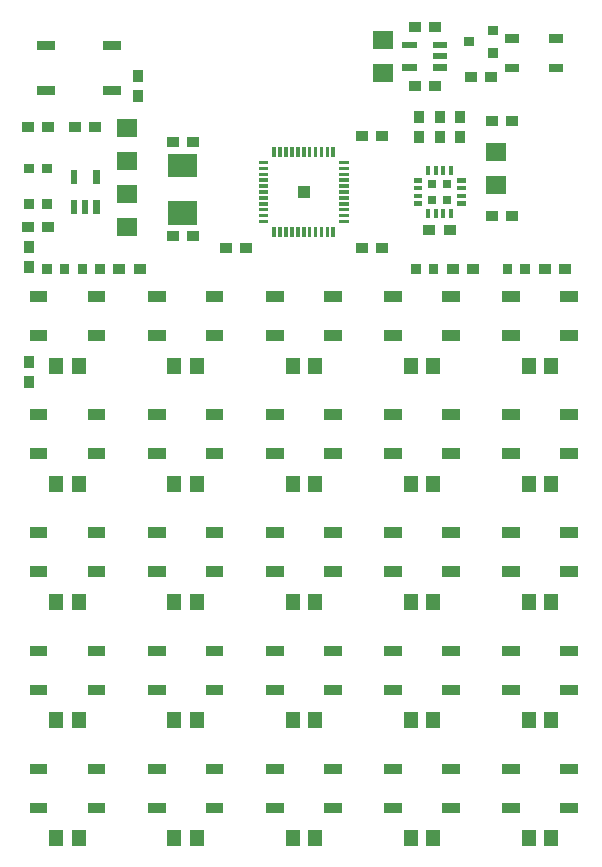
<source format=gbr>
G04 DipTrace 2.4.0.2*
%INTopPaste.gbr*%
%MOIN*%
%ADD53R,0.0472X0.0551*%
%ADD55R,0.0354X0.0394*%
%ADD57R,0.0669X0.0591*%
%ADD59R,0.0394X0.0354*%
%FSLAX44Y44*%
G04*
G70*
G90*
G75*
G01*
%LNTopPaste*%
%LPD*%
D59*
X13543Y34252D3*
X14213D3*
X11772Y30610D3*
X12441D3*
X5472Y27264D3*
X6142D3*
X5472Y30413D3*
X6142D3*
D57*
X3937Y30866D3*
Y29764D3*
Y27559D3*
Y28661D3*
D59*
X7913Y26870D3*
X7244D3*
X11772D3*
X12441D3*
X13543Y32283D3*
X14213D3*
D57*
X12500Y32717D3*
Y33819D3*
D55*
X14370Y30571D3*
Y31240D3*
X13681Y30571D3*
Y31240D3*
X15059Y30571D3*
Y31240D3*
D59*
X14035Y27461D3*
X14705D3*
D53*
X2343Y22953D3*
X1594D3*
X6280D3*
X5531D3*
X10217D3*
X9469D3*
X14154D3*
X13406D3*
X18091D3*
X17343D3*
X2343Y19016D3*
X1594D3*
X6280D3*
X5531D3*
X10217D3*
X9469D3*
X14154D3*
X13406D3*
X18091D3*
X17343D3*
X2343Y15079D3*
X1594D3*
X6280D3*
X5531D3*
X10217D3*
X9469D3*
X14154D3*
X13406D3*
X18091D3*
X17343D3*
X2343Y11142D3*
X1594D3*
X6280D3*
X5531D3*
X10217D3*
X9469D3*
X14154D3*
X13406D3*
X18091D3*
X17343D3*
X2343Y7205D3*
X1594D3*
X6280D3*
X5531D3*
X10217D3*
X9469D3*
X14154D3*
X13406D3*
X18091D3*
X17343D3*
G36*
X18484Y33996D2*
X18012D1*
Y33720D1*
X18484D1*
Y33996D1*
G37*
G36*
X17028D2*
X16555D1*
Y33720D1*
X17028D1*
Y33996D1*
G37*
G36*
X18484Y33012D2*
X18012D1*
Y32736D1*
X18484D1*
Y33012D1*
G37*
G36*
X17028D2*
X16555D1*
Y32736D1*
X17028D1*
Y33012D1*
G37*
D57*
X16240Y30079D3*
Y28976D3*
G36*
X846Y29370D2*
Y29685D1*
X531D1*
Y29370D1*
X846D1*
G37*
G36*
X1437D2*
Y29685D1*
X1122D1*
Y29370D1*
X1437D1*
G37*
G36*
X846Y28189D2*
Y28504D1*
X531D1*
Y28189D1*
X846D1*
G37*
G36*
X1437D2*
Y28504D1*
X1122D1*
Y28189D1*
X1437D1*
G37*
G36*
X1713Y26339D2*
Y26024D1*
X2028D1*
Y26339D1*
X1713D1*
G37*
G36*
X1122D2*
Y26024D1*
X1437D1*
Y26339D1*
X1122D1*
G37*
G36*
X2618Y26024D2*
Y26339D1*
X2303D1*
Y26024D1*
X2618D1*
G37*
G36*
X3209D2*
Y26339D1*
X2894D1*
Y26024D1*
X3209D1*
G37*
G36*
X13740D2*
Y26339D1*
X13425D1*
Y26024D1*
X13740D1*
G37*
G36*
X14331D2*
Y26339D1*
X14016D1*
Y26024D1*
X14331D1*
G37*
G36*
X2638Y23780D2*
X3228D1*
Y24134D1*
X2638D1*
Y23780D1*
G37*
G36*
Y25079D2*
X3228D1*
Y25433D1*
X2638D1*
Y25079D1*
G37*
G36*
X709D2*
X1299D1*
Y25433D1*
X709D1*
Y25079D1*
G37*
G36*
Y23780D2*
X1299D1*
Y24134D1*
X709D1*
Y23780D1*
G37*
G36*
X6575D2*
X7165D1*
Y24134D1*
X6575D1*
Y23780D1*
G37*
G36*
Y25079D2*
X7165D1*
Y25433D1*
X6575D1*
Y25079D1*
G37*
G36*
X4646D2*
X5236D1*
Y25433D1*
X4646D1*
Y25079D1*
G37*
G36*
Y23780D2*
X5236D1*
Y24134D1*
X4646D1*
Y23780D1*
G37*
G36*
X10512D2*
X11102D1*
Y24134D1*
X10512D1*
Y23780D1*
G37*
G36*
Y25079D2*
X11102D1*
Y25433D1*
X10512D1*
Y25079D1*
G37*
G36*
X8583D2*
X9173D1*
Y25433D1*
X8583D1*
Y25079D1*
G37*
G36*
Y23780D2*
X9173D1*
Y24134D1*
X8583D1*
Y23780D1*
G37*
G36*
X14449D2*
X15039D1*
Y24134D1*
X14449D1*
Y23780D1*
G37*
G36*
Y25079D2*
X15039D1*
Y25433D1*
X14449D1*
Y25079D1*
G37*
G36*
X12520D2*
X13110D1*
Y25433D1*
X12520D1*
Y25079D1*
G37*
G36*
Y23780D2*
X13110D1*
Y24134D1*
X12520D1*
Y23780D1*
G37*
G36*
X18386D2*
X18976D1*
Y24134D1*
X18386D1*
Y23780D1*
G37*
G36*
Y25079D2*
X18976D1*
Y25433D1*
X18386D1*
Y25079D1*
G37*
G36*
X16457D2*
X17047D1*
Y25433D1*
X16457D1*
Y25079D1*
G37*
G36*
Y23780D2*
X17047D1*
Y24134D1*
X16457D1*
Y23780D1*
G37*
G36*
X2638Y19843D2*
X3228D1*
Y20197D1*
X2638D1*
Y19843D1*
G37*
G36*
Y21142D2*
X3228D1*
Y21496D1*
X2638D1*
Y21142D1*
G37*
G36*
X709D2*
X1299D1*
Y21496D1*
X709D1*
Y21142D1*
G37*
G36*
Y19843D2*
X1299D1*
Y20197D1*
X709D1*
Y19843D1*
G37*
G36*
X6575D2*
X7165D1*
Y20197D1*
X6575D1*
Y19843D1*
G37*
G36*
Y21142D2*
X7165D1*
Y21496D1*
X6575D1*
Y21142D1*
G37*
G36*
X4646D2*
X5236D1*
Y21496D1*
X4646D1*
Y21142D1*
G37*
G36*
Y19843D2*
X5236D1*
Y20197D1*
X4646D1*
Y19843D1*
G37*
G36*
X10512D2*
X11102D1*
Y20197D1*
X10512D1*
Y19843D1*
G37*
G36*
Y21142D2*
X11102D1*
Y21496D1*
X10512D1*
Y21142D1*
G37*
G36*
X8583D2*
X9173D1*
Y21496D1*
X8583D1*
Y21142D1*
G37*
G36*
Y19843D2*
X9173D1*
Y20197D1*
X8583D1*
Y19843D1*
G37*
G36*
X14449D2*
X15039D1*
Y20197D1*
X14449D1*
Y19843D1*
G37*
G36*
Y21142D2*
X15039D1*
Y21496D1*
X14449D1*
Y21142D1*
G37*
G36*
X12520D2*
X13110D1*
Y21496D1*
X12520D1*
Y21142D1*
G37*
G36*
Y19843D2*
X13110D1*
Y20197D1*
X12520D1*
Y19843D1*
G37*
G36*
X18386D2*
X18976D1*
Y20197D1*
X18386D1*
Y19843D1*
G37*
G36*
Y21142D2*
X18976D1*
Y21496D1*
X18386D1*
Y21142D1*
G37*
G36*
X16457D2*
X17047D1*
Y21496D1*
X16457D1*
Y21142D1*
G37*
G36*
Y19843D2*
X17047D1*
Y20197D1*
X16457D1*
Y19843D1*
G37*
G36*
X2638Y15906D2*
X3228D1*
Y16260D1*
X2638D1*
Y15906D1*
G37*
G36*
Y17205D2*
X3228D1*
Y17559D1*
X2638D1*
Y17205D1*
G37*
G36*
X709D2*
X1299D1*
Y17559D1*
X709D1*
Y17205D1*
G37*
G36*
Y15906D2*
X1299D1*
Y16260D1*
X709D1*
Y15906D1*
G37*
G36*
X6575D2*
X7165D1*
Y16260D1*
X6575D1*
Y15906D1*
G37*
G36*
Y17205D2*
X7165D1*
Y17559D1*
X6575D1*
Y17205D1*
G37*
G36*
X4646D2*
X5236D1*
Y17559D1*
X4646D1*
Y17205D1*
G37*
G36*
Y15906D2*
X5236D1*
Y16260D1*
X4646D1*
Y15906D1*
G37*
G36*
X10512D2*
X11102D1*
Y16260D1*
X10512D1*
Y15906D1*
G37*
G36*
Y17205D2*
X11102D1*
Y17559D1*
X10512D1*
Y17205D1*
G37*
G36*
X8583D2*
X9173D1*
Y17559D1*
X8583D1*
Y17205D1*
G37*
G36*
Y15906D2*
X9173D1*
Y16260D1*
X8583D1*
Y15906D1*
G37*
G36*
X14449D2*
X15039D1*
Y16260D1*
X14449D1*
Y15906D1*
G37*
G36*
Y17205D2*
X15039D1*
Y17559D1*
X14449D1*
Y17205D1*
G37*
G36*
X12520D2*
X13110D1*
Y17559D1*
X12520D1*
Y17205D1*
G37*
G36*
Y15906D2*
X13110D1*
Y16260D1*
X12520D1*
Y15906D1*
G37*
G36*
X18386D2*
X18976D1*
Y16260D1*
X18386D1*
Y15906D1*
G37*
G36*
Y17205D2*
X18976D1*
Y17559D1*
X18386D1*
Y17205D1*
G37*
G36*
X16457D2*
X17047D1*
Y17559D1*
X16457D1*
Y17205D1*
G37*
G36*
Y15906D2*
X17047D1*
Y16260D1*
X16457D1*
Y15906D1*
G37*
G36*
X2638Y11969D2*
X3228D1*
Y12323D1*
X2638D1*
Y11969D1*
G37*
G36*
Y13268D2*
X3228D1*
Y13622D1*
X2638D1*
Y13268D1*
G37*
G36*
X709D2*
X1299D1*
Y13622D1*
X709D1*
Y13268D1*
G37*
G36*
Y11969D2*
X1299D1*
Y12323D1*
X709D1*
Y11969D1*
G37*
G36*
X6575D2*
X7165D1*
Y12323D1*
X6575D1*
Y11969D1*
G37*
G36*
Y13268D2*
X7165D1*
Y13622D1*
X6575D1*
Y13268D1*
G37*
G36*
X4646D2*
X5236D1*
Y13622D1*
X4646D1*
Y13268D1*
G37*
G36*
Y11969D2*
X5236D1*
Y12323D1*
X4646D1*
Y11969D1*
G37*
G36*
X10512D2*
X11102D1*
Y12323D1*
X10512D1*
Y11969D1*
G37*
G36*
Y13268D2*
X11102D1*
Y13622D1*
X10512D1*
Y13268D1*
G37*
G36*
X8583D2*
X9173D1*
Y13622D1*
X8583D1*
Y13268D1*
G37*
G36*
Y11969D2*
X9173D1*
Y12323D1*
X8583D1*
Y11969D1*
G37*
G36*
X14449D2*
X15039D1*
Y12323D1*
X14449D1*
Y11969D1*
G37*
G36*
Y13268D2*
X15039D1*
Y13622D1*
X14449D1*
Y13268D1*
G37*
G36*
X12520D2*
X13110D1*
Y13622D1*
X12520D1*
Y13268D1*
G37*
G36*
Y11969D2*
X13110D1*
Y12323D1*
X12520D1*
Y11969D1*
G37*
G36*
X18386D2*
X18976D1*
Y12323D1*
X18386D1*
Y11969D1*
G37*
G36*
Y13268D2*
X18976D1*
Y13622D1*
X18386D1*
Y13268D1*
G37*
G36*
X16457D2*
X17047D1*
Y13622D1*
X16457D1*
Y13268D1*
G37*
G36*
Y11969D2*
X17047D1*
Y12323D1*
X16457D1*
Y11969D1*
G37*
G36*
X2638Y8031D2*
X3228D1*
Y8386D1*
X2638D1*
Y8031D1*
G37*
G36*
Y9331D2*
X3228D1*
Y9685D1*
X2638D1*
Y9331D1*
G37*
G36*
X709D2*
X1299D1*
Y9685D1*
X709D1*
Y9331D1*
G37*
G36*
Y8031D2*
X1299D1*
Y8386D1*
X709D1*
Y8031D1*
G37*
G36*
X6575D2*
X7165D1*
Y8386D1*
X6575D1*
Y8031D1*
G37*
G36*
Y9331D2*
X7165D1*
Y9685D1*
X6575D1*
Y9331D1*
G37*
G36*
X4646D2*
X5236D1*
Y9685D1*
X4646D1*
Y9331D1*
G37*
G36*
Y8031D2*
X5236D1*
Y8386D1*
X4646D1*
Y8031D1*
G37*
G36*
X10512D2*
X11102D1*
Y8386D1*
X10512D1*
Y8031D1*
G37*
G36*
Y9331D2*
X11102D1*
Y9685D1*
X10512D1*
Y9331D1*
G37*
G36*
X8583D2*
X9173D1*
Y9685D1*
X8583D1*
Y9331D1*
G37*
G36*
Y8031D2*
X9173D1*
Y8386D1*
X8583D1*
Y8031D1*
G37*
G36*
X14449D2*
X15039D1*
Y8386D1*
X14449D1*
Y8031D1*
G37*
G36*
Y9331D2*
X15039D1*
Y9685D1*
X14449D1*
Y9331D1*
G37*
G36*
X12520D2*
X13110D1*
Y9685D1*
X12520D1*
Y9331D1*
G37*
G36*
Y8031D2*
X13110D1*
Y8386D1*
X12520D1*
Y8031D1*
G37*
G36*
X18386D2*
X18976D1*
Y8386D1*
X18386D1*
Y8031D1*
G37*
G36*
Y9331D2*
X18976D1*
Y9685D1*
X18386D1*
Y9331D1*
G37*
G36*
X16457D2*
X17047D1*
Y9685D1*
X16457D1*
Y9331D1*
G37*
G36*
Y8031D2*
X17047D1*
Y8386D1*
X16457D1*
Y8031D1*
G37*
G36*
X17067Y26339D2*
Y26024D1*
X17382D1*
Y26339D1*
X17067D1*
G37*
G36*
X16476D2*
Y26024D1*
X16791D1*
Y26339D1*
X16476D1*
G37*
D59*
X1319Y30906D3*
X650D3*
X1319Y27559D3*
X650D3*
X2894Y30906D3*
X2224D3*
X16083Y32579D3*
X15413D3*
D55*
X4331Y32618D3*
Y31949D3*
X689Y26240D3*
Y26909D3*
D59*
X3701Y26181D3*
X4370D3*
X14823D3*
X15492D3*
X16772Y27953D3*
X16102D3*
X16772Y31102D3*
X16102D3*
D55*
X689Y23071D3*
Y22402D3*
D59*
X17874Y26181D3*
X18543D3*
G36*
X962Y33774D2*
Y33474D1*
X1562D1*
Y33774D1*
X962D1*
G37*
G36*
X3162D2*
Y33474D1*
X3762D1*
Y33774D1*
X3162D1*
G37*
G36*
X962Y32274D2*
Y31974D1*
X1562D1*
Y32274D1*
X962D1*
G37*
G36*
X3162D2*
Y31974D1*
X3762D1*
Y32274D1*
X3162D1*
G37*
G36*
X15523Y33595D2*
Y33905D1*
X15173D1*
Y33595D1*
X15523D1*
G37*
G36*
X16323Y33975D2*
Y34285D1*
X15973D1*
Y33975D1*
X16323D1*
G37*
G36*
Y33215D2*
Y33525D1*
X15973D1*
Y33215D1*
X16323D1*
G37*
G36*
X2293Y28465D2*
X2077D1*
Y27992D1*
X2293D1*
Y28465D1*
G37*
G36*
X2667D2*
X2451D1*
Y27992D1*
X2667D1*
Y28465D1*
G37*
G36*
X3041D2*
X2825D1*
Y27992D1*
X3041D1*
Y28465D1*
G37*
G36*
Y29488D2*
X2825D1*
Y29016D1*
X3041D1*
Y29488D1*
G37*
G36*
X2293D2*
X2077D1*
Y29016D1*
X2293D1*
Y29488D1*
G37*
G36*
X14154Y33002D2*
Y32785D1*
X14626D1*
Y33002D1*
X14154D1*
G37*
G36*
Y33376D2*
Y33159D1*
X14626D1*
Y33376D1*
X14154D1*
G37*
G36*
Y33750D2*
Y33533D1*
X14626D1*
Y33750D1*
X14154D1*
G37*
G36*
X13130D2*
Y33533D1*
X13602D1*
Y33750D1*
X13130D1*
G37*
G36*
Y33002D2*
Y32785D1*
X13602D1*
Y33002D1*
X13130D1*
G37*
G36*
X10768Y30236D2*
Y29921D1*
X10886D1*
Y30236D1*
X10768D1*
G37*
G36*
X10571D2*
Y29921D1*
X10689D1*
Y30236D1*
X10571D1*
G37*
G36*
X10374D2*
Y29921D1*
X10492D1*
Y30236D1*
X10374D1*
G37*
G36*
X10177D2*
Y29921D1*
X10295D1*
Y30236D1*
X10177D1*
G37*
G36*
X9980D2*
Y29921D1*
X10098D1*
Y30236D1*
X9980D1*
G37*
G36*
X9783D2*
Y29921D1*
X9902D1*
Y30236D1*
X9783D1*
G37*
G36*
X9705Y29921D2*
Y30236D1*
X9587D1*
Y29921D1*
X9705D1*
G37*
G36*
X9508D2*
Y30236D1*
X9390D1*
Y29921D1*
X9508D1*
G37*
G36*
X9311D2*
Y30236D1*
X9193D1*
Y29921D1*
X9311D1*
G37*
G36*
X9114D2*
Y30236D1*
X8996D1*
Y29921D1*
X9114D1*
G37*
G36*
X8917D2*
Y30236D1*
X8799D1*
Y29921D1*
X8917D1*
G37*
G36*
X8346Y29665D2*
X8661D1*
Y29783D1*
X8346D1*
Y29665D1*
G37*
G36*
Y29469D2*
X8661D1*
Y29587D1*
X8346D1*
Y29469D1*
G37*
G36*
Y29272D2*
X8661D1*
Y29390D1*
X8346D1*
Y29272D1*
G37*
G36*
Y29075D2*
X8661D1*
Y29193D1*
X8346D1*
Y29075D1*
G37*
G36*
Y28878D2*
X8661D1*
Y28996D1*
X8346D1*
Y28878D1*
G37*
G36*
Y28681D2*
X8661D1*
Y28799D1*
X8346D1*
Y28681D1*
G37*
G36*
X8661Y28602D2*
X8346D1*
Y28484D1*
X8661D1*
Y28602D1*
G37*
G36*
Y28406D2*
X8346D1*
Y28287D1*
X8661D1*
Y28406D1*
G37*
G36*
Y28209D2*
X8346D1*
Y28091D1*
X8661D1*
Y28209D1*
G37*
G36*
Y28012D2*
X8346D1*
Y27894D1*
X8661D1*
Y28012D1*
G37*
G36*
Y27815D2*
X8346D1*
Y27697D1*
X8661D1*
Y27815D1*
G37*
G36*
X8917Y27244D2*
Y27559D1*
X8799D1*
Y27244D1*
X8917D1*
G37*
G36*
X9114D2*
Y27559D1*
X8996D1*
Y27244D1*
X9114D1*
G37*
G36*
X9311D2*
Y27559D1*
X9193D1*
Y27244D1*
X9311D1*
G37*
G36*
X9508D2*
Y27559D1*
X9390D1*
Y27244D1*
X9508D1*
G37*
G36*
X9705D2*
Y27559D1*
X9587D1*
Y27244D1*
X9705D1*
G37*
G36*
X9902D2*
Y27559D1*
X9783D1*
Y27244D1*
X9902D1*
G37*
G36*
X9980Y27559D2*
Y27244D1*
X10098D1*
Y27559D1*
X9980D1*
G37*
G36*
X10177D2*
Y27244D1*
X10295D1*
Y27559D1*
X10177D1*
G37*
G36*
X10374D2*
Y27244D1*
X10492D1*
Y27559D1*
X10374D1*
G37*
G36*
X10571D2*
Y27244D1*
X10689D1*
Y27559D1*
X10571D1*
G37*
G36*
X10768D2*
Y27244D1*
X10886D1*
Y27559D1*
X10768D1*
G37*
G36*
X11339Y27815D2*
X11024D1*
Y27697D1*
X11339D1*
Y27815D1*
G37*
G36*
Y28012D2*
X11024D1*
Y27894D1*
X11339D1*
Y28012D1*
G37*
G36*
Y28209D2*
X11024D1*
Y28091D1*
X11339D1*
Y28209D1*
G37*
G36*
Y28406D2*
X11024D1*
Y28287D1*
X11339D1*
Y28406D1*
G37*
G36*
Y28602D2*
X11024D1*
Y28484D1*
X11339D1*
Y28602D1*
G37*
G36*
Y28799D2*
X11024D1*
Y28681D1*
X11339D1*
Y28799D1*
G37*
G36*
X11024Y28878D2*
X11339D1*
Y28996D1*
X11024D1*
Y28878D1*
G37*
G36*
Y29075D2*
X11339D1*
Y29193D1*
X11024D1*
Y29075D1*
G37*
G36*
Y29272D2*
X11339D1*
Y29390D1*
X11024D1*
Y29272D1*
G37*
G36*
Y29469D2*
X11339D1*
Y29587D1*
X11024D1*
Y29469D1*
G37*
G36*
Y29665D2*
X11339D1*
Y29783D1*
X11024D1*
Y29665D1*
G37*
G36*
X14488Y28622D2*
X14764D1*
Y28347D1*
X14488D1*
Y28622D1*
G37*
G36*
X13976D2*
X14252D1*
Y28347D1*
X13976D1*
Y28622D1*
G37*
G36*
Y29134D2*
X14252D1*
Y28858D1*
X13976D1*
Y29134D1*
G37*
G36*
X14488D2*
X14764D1*
Y28858D1*
X14488D1*
Y29134D1*
G37*
G36*
X13917Y28159D2*
Y27884D1*
X14055D1*
Y28159D1*
X13917D1*
G37*
G36*
X14173D2*
Y27884D1*
X14311D1*
Y28159D1*
X14173D1*
G37*
G36*
X14429D2*
Y27884D1*
X14567D1*
Y28159D1*
X14429D1*
G37*
G36*
X14685D2*
Y27884D1*
X14823D1*
Y28159D1*
X14685D1*
G37*
G36*
X14961Y28287D2*
X15236D1*
Y28425D1*
X14961D1*
Y28287D1*
G37*
G36*
Y28533D2*
X15236D1*
Y28671D1*
X14961D1*
Y28533D1*
G37*
G36*
Y28799D2*
X15236D1*
Y28937D1*
X14961D1*
Y28799D1*
G37*
G36*
Y29055D2*
X15236D1*
Y29193D1*
X14961D1*
Y29055D1*
G37*
G36*
X14823Y29321D2*
Y29596D1*
X14685D1*
Y29321D1*
X14823D1*
G37*
G36*
X14567D2*
Y29596D1*
X14429D1*
Y29321D1*
X14567D1*
G37*
G36*
X14311D2*
Y29596D1*
X14173D1*
Y29321D1*
X14311D1*
G37*
G36*
X14055D2*
Y29596D1*
X13917D1*
Y29321D1*
X14055D1*
G37*
G36*
X13789Y29193D2*
X13514D1*
Y29055D1*
X13789D1*
Y29193D1*
G37*
G36*
Y28937D2*
X13514D1*
Y28799D1*
X13789D1*
Y28937D1*
G37*
G36*
Y28681D2*
X13514D1*
Y28543D1*
X13789D1*
Y28681D1*
G37*
G36*
Y28425D2*
X13514D1*
Y28287D1*
X13789D1*
Y28425D1*
G37*
G36*
X5335Y30020D2*
Y29232D1*
X6280D1*
Y30020D1*
X5335D1*
G37*
G36*
X6280Y27657D2*
Y28445D1*
X5335D1*
Y27657D1*
X6280D1*
G37*
G36*
X9646Y28937D2*
X10039D1*
Y28543D1*
X9646D1*
Y28937D1*
G37*
M02*

</source>
